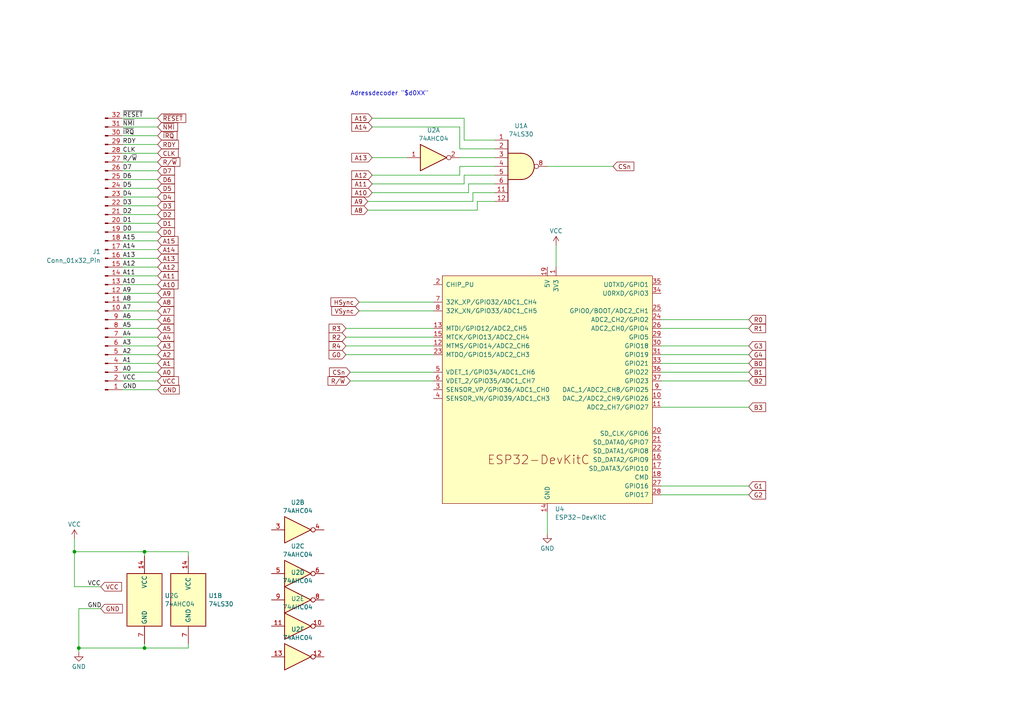
<source format=kicad_sch>
(kicad_sch (version 20230121) (generator eeschema)
  (paper "A4")
  (lib_symbols
    (symbol "74xx:74AHC04"
      (property "Reference" "U" (at 0 1.27 0))
      (property "Value" "74AHC04" (at 0 -1.27 0))
      (symbol "74AHC04_1_0"
        (polyline (pts (xy -3.81 3.81) (xy -3.81 -3.81) (xy 3.81 0) (xy -3.81 3.81)) (stroke (width 0.254)) (fill (type background)))
        (pin input line (at -7.62 0 0) (length 3.81) (name "~") (number "1"))
        (pin output inverted (at 7.62 0 180) (length 3.81) (name "~") (number "2"))
      )
      (symbol "74AHC04_2_0"
        (polyline (pts (xy -3.81 3.81) (xy -3.81 -3.81) (xy 3.81 0) (xy -3.81 3.81)) (stroke (width 0.254)) (fill (type background)))
        (pin input line (at -7.62 0 0) (length 3.81) (name "~") (number "3"))
        (pin output inverted (at 7.62 0 180) (length 3.81) (name "~") (number "4"))
      )
      (symbol "74AHC04_3_0"
        (polyline (pts (xy -3.81 3.81) (xy -3.81 -3.81) (xy 3.81 0) (xy -3.81 3.81)) (stroke (width 0.254)) (fill (type background)))
        (pin input line (at -7.62 0 0) (length 3.81) (name "~") (number "5"))
        (pin output inverted (at 7.62 0 180) (length 3.81) (name "~") (number "6"))
      )
      (symbol "74AHC04_4_0"
        (polyline (pts (xy -3.81 3.81) (xy -3.81 -3.81) (xy 3.81 0) (xy -3.81 3.81)) (stroke (width 0.254)) (fill (type background)))
        (pin output inverted (at 7.62 0 180) (length 3.81) (name "~") (number "8"))
        (pin input line (at -7.62 0 0) (length 3.81) (name "~") (number "9"))
      )
      (symbol "74AHC04_5_0"
        (polyline (pts (xy -3.81 3.81) (xy -3.81 -3.81) (xy 3.81 0) (xy -3.81 3.81)) (stroke (width 0.254)) (fill (type background)))
        (pin output inverted (at 7.62 0 180) (length 3.81) (name "~") (number "10"))
        (pin input line (at -7.62 0 0) (length 3.81) (name "~") (number "11"))
      )
      (symbol "74AHC04_6_0"
        (polyline (pts (xy -3.81 3.81) (xy -3.81 -3.81) (xy 3.81 0) (xy -3.81 3.81)) (stroke (width 0.254)) (fill (type background)))
        (pin output inverted (at 7.62 0 180) (length 3.81) (name "~") (number "12"))
        (pin input line (at -7.62 0 0) (length 3.81) (name "~") (number "13"))
      )
      (symbol "74AHC04_7_0"
        (pin power_in line (at 0 12.7 270) (length 5.08) (name "VCC") (number "14"))
        (pin power_in line (at 0 -12.7 90) (length 5.08) (name "GND") (number "7"))
      )
      (symbol "74AHC04_7_1"
        (rectangle (start -5.08 7.62) (end 5.08 -7.62) (stroke (width 0.254)) (fill (type background)))
      )
    )
    (symbol "74xx:74LS30" (pin_names (offset 1.016))
      (property "Reference" "U" (at 0 1.27 0))
      (property "Value" "74LS30" (at 0 -1.27 0))
      (symbol "74LS30_1_1"
        (arc (start 0 -3.81) (mid 3.7934 0) (end 0 3.81) (stroke (width 0.254)) (fill (type background)))
        (polyline (pts (xy -3.81 7.62) (xy -3.81 -10.16)) (stroke (width 0.254)))
        (polyline (pts (xy 0 3.81) (xy -3.81 3.81) (xy -3.81 -3.81) (xy 0 -3.81)) (stroke (width 0.254)) (fill (type background)))
        (pin input line (at -7.62 7.62 0) (length 3.81) (name "~") (number "1"))
        (pin input line (at -7.62 -7.62 0) (length 3.81) (name "~") (number "11"))
        (pin input line (at -7.62 -10.16 0) (length 3.81) (name "~") (number "12"))
        (pin input line (at -7.62 5.08 0) (length 3.81) (name "~") (number "2"))
        (pin input line (at -7.62 2.54 0) (length 3.81) (name "~") (number "3"))
        (pin input line (at -7.62 0 0) (length 3.81) (name "~") (number "4"))
        (pin input line (at -7.62 -2.54 0) (length 3.81) (name "~") (number "5"))
        (pin input line (at -7.62 -5.08 0) (length 3.81) (name "~") (number "6"))
        (pin output inverted (at 7.62 0 180) (length 3.81) (name "~") (number "8"))
      )
      (symbol "74LS30_1_2"
        (arc (start -3.81 -3.81) (mid -2.589 0) (end -3.81 3.81) (stroke (width 0.254)))
        (arc (start -0.6096 -3.81) (mid 2.1842 -2.5851) (end 3.81 0) (stroke (width 0.254)) (fill (type background)))
        (polyline (pts (xy -3.81 -3.81) (xy -3.81 -10.16)) (stroke (width 0.254)))
        (polyline (pts (xy -3.81 -3.81) (xy -0.635 -3.81)) (stroke (width 0.254)) (fill (type background)))
        (polyline (pts (xy -3.81 3.81) (xy -0.635 3.81)) (stroke (width 0.254)) (fill (type background)))
        (polyline (pts (xy -3.81 7.62) (xy -3.81 3.81)) (stroke (width 0.254)))
        (polyline (pts (xy -0.635 3.81) (xy -3.81 3.81) (xy -3.81 3.81) (xy -3.556 3.4036) (xy -3.0226 2.2606) (xy -2.6924 1.0414) (xy -2.6162 -0.254) (xy -2.7686 -1.4986) (xy -3.175 -2.7178) (xy -3.81 -3.81) (xy -3.81 -3.81) (xy -0.635 -3.81)) (stroke (width -25.4)) (fill (type background)))
        (arc (start 3.81 0) (mid 2.1915 2.5936) (end -0.6096 3.81) (stroke (width 0.254)) (fill (type background)))
        (pin input inverted (at -7.62 7.62 0) (length 3.81) (name "~") (number "1"))
        (pin input inverted (at -7.62 -7.62 0) (length 3.81) (name "~") (number "11"))
        (pin input inverted (at -7.62 -10.16 0) (length 3.81) (name "~") (number "12"))
        (pin input inverted (at -7.62 5.08 0) (length 3.81) (name "~") (number "2"))
        (pin input inverted (at -7.62 2.54 0) (length 4.5466) (name "~") (number "3"))
        (pin input inverted (at -7.62 0 0) (length 5.08) (name "~") (number "4"))
        (pin input inverted (at -7.62 -2.54 0) (length 4.5466) (name "~") (number "5"))
        (pin input inverted (at -7.62 -5.08 0) (length 3.81) (name "~") (number "6"))
        (pin output line (at 7.62 0 180) (length 3.81) (name "~") (number "8"))
      )
      (symbol "74LS30_2_0"
        (pin power_in line (at 0 12.7 270) (length 5.08) (name "VCC") (number "14"))
        (pin power_in line (at 0 -12.7 90) (length 5.08) (name "GND") (number "7"))
      )
      (symbol "74LS30_2_1"
        (rectangle (start -5.08 7.62) (end 5.08 -7.62) (stroke (width 0.254)) (fill (type background)))
      )
    )
    (symbol "Connector:Conn_01x32_Pin" (pin_names (offset 1.016) hide)
      (property "Reference" "J" (at 0 40.64 0))
      (property "Value" "Conn_01x32_Pin" (at 0 -43.18 0))
      (symbol "Conn_01x32_Pin_1_1"
        (polyline (pts (xy 1.27 -40.64) (xy 0.8636 -40.64)) (stroke (width 0.1524)))
        (polyline (pts (xy 1.27 -38.1) (xy 0.8636 -38.1)) (stroke (width 0.1524)))
        (polyline (pts (xy 1.27 -35.56) (xy 0.8636 -35.56)) (stroke (width 0.1524)))
        (polyline (pts (xy 1.27 -33.02) (xy 0.8636 -33.02)) (stroke (width 0.1524)))
        (polyline (pts (xy 1.27 -30.48) (xy 0.8636 -30.48)) (stroke (width 0.1524)))
        (polyline (pts (xy 1.27 -27.94) (xy 0.8636 -27.94)) (stroke (width 0.1524)))
        (polyline (pts (xy 1.27 -25.4) (xy 0.8636 -25.4)) (stroke (width 0.1524)))
        (polyline (pts (xy 1.27 -22.86) (xy 0.8636 -22.86)) (stroke (width 0.1524)))
        (polyline (pts (xy 1.27 -20.32) (xy 0.8636 -20.32)) (stroke (width 0.1524)))
        (polyline (pts (xy 1.27 -17.78) (xy 0.8636 -17.78)) (stroke (width 0.1524)))
        (polyline (pts (xy 1.27 -15.24) (xy 0.8636 -15.24)) (stroke (width 0.1524)))
        (polyline (pts (xy 1.27 -12.7) (xy 0.8636 -12.7)) (stroke (width 0.1524)))
        (polyline (pts (xy 1.27 -10.16) (xy 0.8636 -10.16)) (stroke (width 0.1524)))
        (polyline (pts (xy 1.27 -7.62) (xy 0.8636 -7.62)) (stroke (width 0.1524)))
        (polyline (pts (xy 1.27 -5.08) (xy 0.8636 -5.08)) (stroke (width 0.1524)))
        (polyline (pts (xy 1.27 -2.54) (xy 0.8636 -2.54)) (stroke (width 0.1524)))
        (polyline (pts (xy 1.27 0) (xy 0.8636 0)) (stroke (width 0.1524)))
        (polyline (pts (xy 1.27 2.54) (xy 0.8636 2.54)) (stroke (width 0.1524)))
        (polyline (pts (xy 1.27 5.08) (xy 0.8636 5.08)) (stroke (width 0.1524)))
        (polyline (pts (xy 1.27 7.62) (xy 0.8636 7.62)) (stroke (width 0.1524)))
        (polyline (pts (xy 1.27 10.16) (xy 0.8636 10.16)) (stroke (width 0.1524)))
        (polyline (pts (xy 1.27 12.7) (xy 0.8636 12.7)) (stroke (width 0.1524)))
        (polyline (pts (xy 1.27 15.24) (xy 0.8636 15.24)) (stroke (width 0.1524)))
        (polyline (pts (xy 1.27 17.78) (xy 0.8636 17.78)) (stroke (width 0.1524)))
        (polyline (pts (xy 1.27 20.32) (xy 0.8636 20.32)) (stroke (width 0.1524)))
        (polyline (pts (xy 1.27 22.86) (xy 0.8636 22.86)) (stroke (width 0.1524)))
        (polyline (pts (xy 1.27 25.4) (xy 0.8636 25.4)) (stroke (width 0.1524)))
        (polyline (pts (xy 1.27 27.94) (xy 0.8636 27.94)) (stroke (width 0.1524)))
        (polyline (pts (xy 1.27 30.48) (xy 0.8636 30.48)) (stroke (width 0.1524)))
        (polyline (pts (xy 1.27 33.02) (xy 0.8636 33.02)) (stroke (width 0.1524)))
        (polyline (pts (xy 1.27 35.56) (xy 0.8636 35.56)) (stroke (width 0.1524)))
        (polyline (pts (xy 1.27 38.1) (xy 0.8636 38.1)) (stroke (width 0.1524)))
        (rectangle (start 0.8636 -40.513) (end 0 -40.767) (stroke (width 0.1524)) (fill (type outline)))
        (rectangle (start 0.8636 -37.973) (end 0 -38.227) (stroke (width 0.1524)) (fill (type outline)))
        (rectangle (start 0.8636 -35.433) (end 0 -35.687) (stroke (width 0.1524)) (fill (type outline)))
        (rectangle (start 0.8636 -32.893) (end 0 -33.147) (stroke (width 0.1524)) (fill (type outline)))
        (rectangle (start 0.8636 -30.353) (end 0 -30.607) (stroke (width 0.1524)) (fill (type outline)))
        (rectangle (start 0.8636 -27.813) (end 0 -28.067) (stroke (width 0.1524)) (fill (type outline)))
        (rectangle (start 0.8636 -25.273) (end 0 -25.527) (stroke (width 0.1524)) (fill (type outline)))
        (rectangle (start 0.8636 -22.733) (end 0 -22.987) (stroke (width 0.1524)) (fill (type outline)))
        (rectangle (start 0.8636 -20.193) (end 0 -20.447) (stroke (width 0.1524)) (fill (type outline)))
        (rectangle (start 0.8636 -17.653) (end 0 -17.907) (stroke (width 0.1524)) (fill (type outline)))
        (rectangle (start 0.8636 -15.113) (end 0 -15.367) (stroke (width 0.1524)) (fill (type outline)))
        (rectangle (start 0.8636 -12.573) (end 0 -12.827) (stroke (width 0.1524)) (fill (type outline)))
        (rectangle (start 0.8636 -10.033) (end 0 -10.287) (stroke (width 0.1524)) (fill (type outline)))
        (rectangle (start 0.8636 -7.493) (end 0 -7.747) (stroke (width 0.1524)) (fill (type outline)))
        (rectangle (start 0.8636 -4.953) (end 0 -5.207) (stroke (width 0.1524)) (fill (type outline)))
        (rectangle (start 0.8636 -2.413) (end 0 -2.667) (stroke (width 0.1524)) (fill (type outline)))
        (rectangle (start 0.8636 0.127) (end 0 -0.127) (stroke (width 0.1524)) (fill (type outline)))
        (rectangle (start 0.8636 2.667) (end 0 2.413) (stroke (width 0.1524)) (fill (type outline)))
        (rectangle (start 0.8636 5.207) (end 0 4.953) (stroke (width 0.1524)) (fill (type outline)))
        (rectangle (start 0.8636 7.747) (end 0 7.493) (stroke (width 0.1524)) (fill (type outline)))
        (rectangle (start 0.8636 10.287) (end 0 10.033) (stroke (width 0.1524)) (fill (type outline)))
        (rectangle (start 0.8636 12.827) (end 0 12.573) (stroke (width 0.1524)) (fill (type outline)))
        (rectangle (start 0.8636 15.367) (end 0 15.113) (stroke (width 0.1524)) (fill (type outline)))
        (rectangle (start 0.8636 17.907) (end 0 17.653) (stroke (width 0.1524)) (fill (type outline)))
        (rectangle (start 0.8636 20.447) (end 0 20.193) (stroke (width 0.1524)) (fill (type outline)))
        (rectangle (start 0.8636 22.987) (end 0 22.733) (stroke (width 0.1524)) (fill (type outline)))
        (rectangle (start 0.8636 25.527) (end 0 25.273) (stroke (width 0.1524)) (fill (type outline)))
        (rectangle (start 0.8636 28.067) (end 0 27.813) (stroke (width 0.1524)) (fill (type outline)))
        (rectangle (start 0.8636 30.607) (end 0 30.353) (stroke (width 0.1524)) (fill (type outline)))
        (rectangle (start 0.8636 33.147) (end 0 32.893) (stroke (width 0.1524)) (fill (type outline)))
        (rectangle (start 0.8636 35.687) (end 0 35.433) (stroke (width 0.1524)) (fill (type outline)))
        (rectangle (start 0.8636 38.227) (end 0 37.973) (stroke (width 0.1524)) (fill (type outline)))
        (pin passive line (at 5.08 38.1 180) (length 3.81) (name "Pin_1") (number "1"))
        (pin passive line (at 5.08 15.24 180) (length 3.81) (name "Pin_10") (number "10"))
        (pin passive line (at 5.08 12.7 180) (length 3.81) (name "Pin_11") (number "11"))
        (pin passive line (at 5.08 10.16 180) (length 3.81) (name "Pin_12") (number "12"))
        (pin passive line (at 5.08 7.62 180) (length 3.81) (name "Pin_13") (number "13"))
        (pin passive line (at 5.08 5.08 180) (length 3.81) (name "Pin_14") (number "14"))
        (pin passive line (at 5.08 2.54 180) (length 3.81) (name "Pin_15") (number "15"))
        (pin passive line (at 5.08 0 180) (length 3.81) (name "Pin_16") (number "16"))
        (pin passive line (at 5.08 -2.54 180) (length 3.81) (name "Pin_17") (number "17"))
        (pin passive line (at 5.08 -5.08 180) (length 3.81) (name "Pin_18") (number "18"))
        (pin passive line (at 5.08 -7.62 180) (length 3.81) (name "Pin_19") (number "19"))
        (pin passive line (at 5.08 35.56 180) (length 3.81) (name "Pin_2") (number "2"))
        (pin passive line (at 5.08 -10.16 180) (length 3.81) (name "Pin_20") (number "20"))
        (pin passive line (at 5.08 -12.7 180) (length 3.81) (name "Pin_21") (number "21"))
        (pin passive line (at 5.08 -15.24 180) (length 3.81) (name "Pin_22") (number "22"))
        (pin passive line (at 5.08 -17.78 180) (length 3.81) (name "Pin_23") (number "23"))
        (pin passive line (at 5.08 -20.32 180) (length 3.81) (name "Pin_24") (number "24"))
        (pin passive line (at 5.08 -22.86 180) (length 3.81) (name "Pin_25") (number "25"))
        (pin passive line (at 5.08 -25.4 180) (length 3.81) (name "Pin_26") (number "26"))
        (pin passive line (at 5.08 -27.94 180) (length 3.81) (name "Pin_27") (number "27"))
        (pin passive line (at 5.08 -30.48 180) (length 3.81) (name "Pin_28") (number "28"))
        (pin passive line (at 5.08 -33.02 180) (length 3.81) (name "Pin_29") (number "29"))
        (pin passive line (at 5.08 33.02 180) (length 3.81) (name "Pin_3") (number "3"))
        (pin passive line (at 5.08 -35.56 180) (length 3.81) (name "Pin_30") (number "30"))
        (pin passive line (at 5.08 -38.1 180) (length 3.81) (name "Pin_31") (number "31"))
        (pin passive line (at 5.08 -40.64 180) (length 3.81) (name "Pin_32") (number "32"))
        (pin passive line (at 5.08 30.48 180) (length 3.81) (name "Pin_4") (number "4"))
        (pin passive line (at 5.08 27.94 180) (length 3.81) (name "Pin_5") (number "5"))
        (pin passive line (at 5.08 25.4 180) (length 3.81) (name "Pin_6") (number "6"))
        (pin passive line (at 5.08 22.86 180) (length 3.81) (name "Pin_7") (number "7"))
        (pin passive line (at 5.08 20.32 180) (length 3.81) (name "Pin_8") (number "8"))
        (pin passive line (at 5.08 17.78 180) (length 3.81) (name "Pin_9") (number "9"))
      )
    )
    (symbol "PCM_Espressif:ESP32-DevKitC" (pin_names (offset 1.016))
      (property "Reference" "U" (at -30.48 38.1 0))
      (property "Value" "ESP32-DevKitC" (at -30.48 35.56 0))
      (symbol "ESP32-DevKitC_0_0"
        (text "ESP32-DevKitC" (at -2.54 -20.32 0) (effects (font (size 2.54 2.54))))
        (pin power_in line (at 0 -35.56 90) (length 2.54) (name "GND") (number "14"))
        (pin power_in line (at 0 35.56 270) (length 2.54) (name "5V") (number "19"))
      )
      (symbol "ESP32-DevKitC_0_1"
        (rectangle (start -30.48 33.02) (end 30.48 -33.02) (fill (type background)))
      )
      (symbol "ESP32-DevKitC_1_1"
        (pin power_in line (at 2.54 35.56 270) (length 2.54) (name "3V3") (number "1"))
        (pin bidirectional line (at 33.02 -2.54 180) (length 2.54) (name "DAC_2/ADC2_CH9/GPIO26") (number "10"))
        (pin bidirectional line (at 33.02 -5.08 180) (length 2.54) (name "ADC2_CH7/GPIO27") (number "11"))
        (pin bidirectional line (at -33.02 12.7 0) (length 2.54) (name "MTMS/GPIO14/ADC2_CH6") (number "12"))
        (pin bidirectional line (at -33.02 17.78 0) (length 2.54) (name "MTDI/GPIO12/ADC2_CH5") (number "13"))
        (pin bidirectional line (at -33.02 15.24 0) (length 2.54) (name "MTCK/GPIO13/ADC2_CH4") (number "15"))
        (pin bidirectional line (at 33.02 -20.32 180) (length 2.54) (name "SD_DATA2/GPIO9") (number "16"))
        (pin bidirectional line (at 33.02 -22.86 180) (length 2.54) (name "SD_DATA3/GPIO10") (number "17"))
        (pin bidirectional line (at 33.02 -25.4 180) (length 2.54) (name "CMD") (number "18"))
        (pin input line (at -33.02 30.48 0) (length 2.54) (name "CHIP_PU") (number "2"))
        (pin bidirectional line (at 33.02 -12.7 180) (length 2.54) (name "SD_CLK/GPIO6") (number "20"))
        (pin bidirectional line (at 33.02 -15.24 180) (length 2.54) (name "SD_DATA0/GPIO7") (number "21"))
        (pin bidirectional line (at 33.02 -17.78 180) (length 2.54) (name "SD_DATA1/GPIO8") (number "22"))
        (pin bidirectional line (at -33.02 10.16 0) (length 2.54) (name "MTDO/GPIO15/ADC2_CH3") (number "23"))
        (pin bidirectional line (at 33.02 20.32 180) (length 2.54) (name "ADC2_CH2/GPIO2") (number "24"))
        (pin bidirectional line (at 33.02 22.86 180) (length 2.54) (name "GPIO0/BOOT/ADC2_CH1") (number "25"))
        (pin bidirectional line (at 33.02 17.78 180) (length 2.54) (name "ADC2_CH0/GPIO4") (number "26"))
        (pin bidirectional line (at 33.02 -27.94 180) (length 2.54) (name "GPIO16") (number "27"))
        (pin bidirectional line (at 33.02 -30.48 180) (length 2.54) (name "GPIO17") (number "28"))
        (pin bidirectional line (at 33.02 15.24 180) (length 2.54) (name "GPIO5") (number "29"))
        (pin input line (at -33.02 0 0) (length 2.54) (name "SENSOR_VP/GPIO36/ADC1_CH0") (number "3"))
        (pin bidirectional line (at 33.02 12.7 180) (length 2.54) (name "GPIO18") (number "30"))
        (pin bidirectional line (at 33.02 10.16 180) (length 2.54) (name "GPIO19") (number "31"))
        (pin passive line (at 0 -35.56 90) (length 2.54) hide (name "GND") (number "32"))
        (pin bidirectional line (at 33.02 7.62 180) (length 2.54) (name "GPIO21") (number "33"))
        (pin bidirectional line (at 33.02 27.94 180) (length 2.54) (name "U0RXD/GPIO3") (number "34"))
        (pin bidirectional line (at 33.02 30.48 180) (length 2.54) (name "U0TXD/GPIO1") (number "35"))
        (pin bidirectional line (at 33.02 5.08 180) (length 2.54) (name "GPIO22") (number "36"))
        (pin bidirectional line (at 33.02 2.54 180) (length 2.54) (name "GPIO23") (number "37"))
        (pin passive line (at 0 -35.56 90) (length 2.54) hide (name "GND") (number "38"))
        (pin input line (at -33.02 -2.54 0) (length 2.54) (name "SENSOR_VN/GPIO39/ADC1_CH3") (number "4"))
        (pin input line (at -33.02 5.08 0) (length 2.54) (name "VDET_1/GPIO34/ADC1_CH6") (number "5"))
        (pin input line (at -33.02 2.54 0) (length 2.54) (name "VDET_2/GPIO35/ADC1_CH7") (number "6"))
        (pin bidirectional line (at -33.02 25.4 0) (length 2.54) (name "32K_XP/GPIO32/ADC1_CH4") (number "7"))
        (pin bidirectional line (at -33.02 22.86 0) (length 2.54) (name "32K_XN/GPIO33/ADC1_CH5") (number "8"))
        (pin bidirectional line (at 33.02 0 180) (length 2.54) (name "DAC_1/ADC2_CH8/GPIO25") (number "9"))
      )
    )
    (symbol "power:GND" (power) (pin_names (offset 0))
      (property "Value" "GND" (at 0 -3.81 0))
      (symbol "GND_0_1"
        (polyline (pts (xy 0 0) (xy 0 -1.27) (xy 1.27 -1.27) (xy 0 -2.54) (xy -1.27 -1.27) (xy 0 -1.27)))
      )
      (symbol "GND_1_1"
        (pin power_in line (at 0 0 270) (length 0) hide (name "GND") (number "1"))
      )
    )
    (symbol "power:VCC" (power) (pin_names (offset 0))
      (property "Value" "VCC" (at 0 3.81 0))
      (symbol "VCC_0_1"
        (polyline (pts (xy -0.762 1.27) (xy 0 2.54)))
        (polyline (pts (xy 0 0) (xy 0 2.54)))
        (polyline (pts (xy 0 2.54) (xy 0.762 1.27)))
      )
      (symbol "VCC_1_1"
        (pin power_in line (at 0 0 90) (length 0) hide (name "VCC") (number "1"))
      )
    )
  )
  (junction (at 41.91 160.02))
  (junction (at 41.91 187.96))
  (junction (at 21.59 160.02))
  (junction (at 22.86 187.96))
  (wire (pts (xy 134.62 34.29) (xy 134.62 40.64)))
  (wire (pts (xy 35.56 69.85) (xy 45.72 69.85)))
  (wire (pts (xy 191.77 102.87) (xy 217.17 102.87)))
  (wire (pts (xy 138.43 58.42) (xy 143.51 58.42)))
  (wire (pts (xy 35.56 54.61) (xy 45.72 54.61)))
  (wire (pts (xy 35.56 107.95) (xy 45.72 107.95)))
  (wire (pts (xy 104.14 90.17) (xy 125.73 90.17)))
  (wire (pts (xy 35.56 39.37) (xy 45.72 39.37)))
  (wire (pts (xy 133.35 48.26) (xy 143.51 48.26)))
  (wire (pts (xy 191.77 92.71) (xy 217.17 92.71)))
  (wire (pts (xy 191.77 100.33) (xy 217.17 100.33)))
  (wire (pts (xy 35.56 72.39) (xy 45.72 72.39)))
  (wire (pts (xy 134.62 53.34) (xy 134.62 50.8)))
  (wire (pts (xy 191.77 143.51) (xy 217.17 143.51)))
  (wire (pts (xy 137.16 55.88) (xy 143.51 55.88)))
  (wire (pts (xy 22.86 176.53) (xy 29.21 176.53)))
  (wire (pts (xy 137.16 58.42) (xy 137.16 55.88)))
  (wire (pts (xy 101.6 110.49) (xy 125.73 110.49)))
  (wire (pts (xy 35.56 85.09) (xy 45.72 85.09)))
  (wire (pts (xy 135.89 53.34) (xy 143.51 53.34)))
  (wire (pts (xy 134.62 40.64) (xy 143.51 40.64)))
  (wire (pts (xy 35.56 92.71) (xy 45.72 92.71)))
  (wire (pts (xy 35.56 46.99) (xy 45.72 46.99)))
  (wire (pts (xy 133.35 50.8) (xy 133.35 48.26)))
  (wire (pts (xy 35.56 49.53) (xy 45.72 49.53)))
  (wire (pts (xy 35.56 87.63) (xy 45.72 87.63)))
  (wire (pts (xy 35.56 62.23) (xy 45.72 62.23)))
  (wire (pts (xy 35.56 97.79) (xy 45.72 97.79)))
  (wire (pts (xy 191.77 95.25) (xy 217.17 95.25)))
  (wire (pts (xy 22.86 189.23) (xy 22.86 187.96)))
  (wire (pts (xy 104.14 87.63) (xy 125.73 87.63)))
  (wire (pts (xy 41.91 187.96) (xy 54.61 187.96)))
  (wire (pts (xy 21.59 156.21) (xy 21.59 160.02)))
  (wire (pts (xy 191.77 107.95) (xy 217.17 107.95)))
  (wire (pts (xy 138.43 60.96) (xy 138.43 58.42)))
  (wire (pts (xy 41.91 161.29) (xy 41.91 160.02)))
  (wire (pts (xy 107.95 36.83) (xy 133.35 36.83)))
  (wire (pts (xy 106.68 60.96) (xy 138.43 60.96)))
  (wire (pts (xy 35.56 100.33) (xy 45.72 100.33)))
  (wire (pts (xy 35.56 110.49) (xy 45.72 110.49)))
  (wire (pts (xy 35.56 77.47) (xy 45.72 77.47)))
  (wire (pts (xy 35.56 52.07) (xy 45.72 52.07)))
  (wire (pts (xy 133.35 36.83) (xy 133.35 43.18)))
  (wire (pts (xy 35.56 74.93) (xy 45.72 74.93)))
  (wire (pts (xy 191.77 105.41) (xy 217.17 105.41)))
  (wire (pts (xy 54.61 186.69) (xy 54.61 187.96)))
  (wire (pts (xy 35.56 67.31) (xy 45.72 67.31)))
  (wire (pts (xy 35.56 105.41) (xy 45.72 105.41)))
  (wire (pts (xy 54.61 161.29) (xy 54.61 160.02)))
  (wire (pts (xy 35.56 80.01) (xy 45.72 80.01)))
  (wire (pts (xy 191.77 110.49) (xy 217.17 110.49)))
  (wire (pts (xy 107.95 50.8) (xy 133.35 50.8)))
  (wire (pts (xy 35.56 90.17) (xy 45.72 90.17)))
  (wire (pts (xy 100.33 95.25) (xy 125.73 95.25)))
  (wire (pts (xy 35.56 36.83) (xy 45.72 36.83)))
  (wire (pts (xy 35.56 64.77) (xy 45.72 64.77)))
  (wire (pts (xy 21.59 170.18) (xy 29.21 170.18)))
  (wire (pts (xy 107.95 55.88) (xy 135.89 55.88)))
  (wire (pts (xy 100.33 102.87) (xy 125.73 102.87)))
  (wire (pts (xy 35.56 102.87) (xy 45.72 102.87)))
  (wire (pts (xy 107.95 45.72) (xy 118.11 45.72)))
  (wire (pts (xy 107.95 53.34) (xy 134.62 53.34)))
  (wire (pts (xy 41.91 187.96) (xy 22.86 187.96)))
  (wire (pts (xy 35.56 34.29) (xy 45.72 34.29)))
  (wire (pts (xy 22.86 187.96) (xy 22.86 176.53)))
  (wire (pts (xy 133.35 45.72) (xy 143.51 45.72)))
  (wire (pts (xy 107.95 34.29) (xy 134.62 34.29)))
  (wire (pts (xy 134.62 50.8) (xy 143.51 50.8)))
  (wire (pts (xy 100.33 100.33) (xy 125.73 100.33)))
  (wire (pts (xy 21.59 160.02) (xy 41.91 160.02)))
  (wire (pts (xy 158.75 148.59) (xy 158.75 154.94)))
  (wire (pts (xy 35.56 41.91) (xy 45.72 41.91)))
  (wire (pts (xy 135.89 55.88) (xy 135.89 53.34)))
  (wire (pts (xy 100.33 97.79) (xy 125.73 97.79)))
  (wire (pts (xy 35.56 59.69) (xy 45.72 59.69)))
  (wire (pts (xy 35.56 95.25) (xy 45.72 95.25)))
  (wire (pts (xy 21.59 160.02) (xy 21.59 170.18)))
  (wire (pts (xy 161.29 71.12) (xy 161.29 77.47)))
  (wire (pts (xy 35.56 57.15) (xy 45.72 57.15)))
  (wire (pts (xy 41.91 160.02) (xy 54.61 160.02)))
  (wire (pts (xy 158.75 48.26) (xy 177.8 48.26)))
  (wire (pts (xy 35.56 113.03) (xy 45.72 113.03)))
  (wire (pts (xy 191.77 118.11) (xy 217.17 118.11)))
  (wire (pts (xy 133.35 43.18) (xy 143.51 43.18)))
  (wire (pts (xy 35.56 82.55) (xy 45.72 82.55)))
  (wire (pts (xy 101.6 107.95) (xy 125.73 107.95)))
  (wire (pts (xy 191.77 140.97) (xy 217.17 140.97)))
  (wire (pts (xy 41.91 186.69) (xy 41.91 187.96)))
  (wire (pts (xy 106.68 58.42) (xy 137.16 58.42)))
  (wire (pts (xy 35.56 44.45) (xy 45.72 44.45)))
  (text "Adressdecoder \"$d0XX\"" (at 101.6 27.94 0) (effects (font (size 1.27 1.27)) (justify left bottom)))
  (label "D7" (at 35.56 49.53 0))
  (label "A13" (at 35.56 74.93 0))
  (label "D3" (at 35.56 59.69 0))
  (label "A10" (at 35.56 82.55 0))
  (label "A0" (at 35.56 107.95 0))
  (label "R{slash}~{W}" (at 35.56 46.99 0))
  (label "A14" (at 35.56 72.39 0))
  (label "A11" (at 35.56 80.01 0))
  (label "D5" (at 35.56 54.61 0))
  (label "A1" (at 35.56 105.41 0))
  (label "D0" (at 35.56 67.31 0))
  (label "A12" (at 35.56 77.47 0))
  (label "A2" (at 35.56 102.87 0))
  (label "D1" (at 35.56 64.77 0))
  (label "CLK" (at 35.56 44.45 0))
  (label "D4" (at 35.56 57.15 0))
  (label "A4" (at 35.56 97.79 0))
  (label "GND" (at 25.4 176.53 0))
  (label "D6" (at 35.56 52.07 0))
  (label "D2" (at 35.56 62.23 0))
  (label "A8" (at 35.56 87.63 0))
  (label "~{RESET}" (at 35.56 34.29 0))
  (label "GND" (at 35.56 113.03 0))
  (label "A15" (at 35.56 69.85 0))
  (label "~{NMI}" (at 35.56 36.83 0))
  (label "~{IRQ}" (at 35.56 39.37 0))
  (label "VCC" (at 35.56 110.49 0))
  (label "A7" (at 35.56 90.17 0))
  (label "A6" (at 35.56 92.71 0))
  (label "VCC" (at 25.4 170.18 0))
  (label "A3" (at 35.56 100.33 0))
  (label "A5" (at 35.56 95.25 0))
  (label "RDY" (at 35.56 41.91 0))
  (label "A9" (at 35.56 85.09 0))
  (global_label "A0" (shape input) (at 45.72 107.95 0) (property "Intersheetrefs" "${INTERSHEET_REFS}" (effects hide)))
  (global_label "A6" (shape input) (at 45.72 92.71 0) (property "Intersheetrefs" "${INTERSHEET_REFS}" (effects hide)))
  (global_label "VCC" (shape input) (at 29.21 170.18 0) (property "Intersheetrefs" "${INTERSHEET_REFS}" (effects hide)))
  (global_label "A10" (shape input) (at 107.95 55.88 180) (property "Intersheetrefs" "${INTERSHEET_REFS}" (effects hide)))
  (global_label "R4" (shape input) (at 100.33 100.33 180) (property "Intersheetrefs" "${INTERSHEET_REFS}" (effects hide)))
  (global_label "A11" (shape input) (at 45.72 80.01 0) (property "Intersheetrefs" "${INTERSHEET_REFS}" (effects hide)))
  (global_label "A9" (shape input) (at 106.68 58.42 180) (property "Intersheetrefs" "${INTERSHEET_REFS}" (effects hide)))
  (global_label "RDY" (shape input) (at 45.72 41.91 0) (property "Intersheetrefs" "${INTERSHEET_REFS}" (effects hide)))
  (global_label "R{slash}~{W}" (shape input) (at 45.72 46.99 0) (property "Intersheetrefs" "${INTERSHEET_REFS}" (effects hide)))
  (global_label "A13" (shape input) (at 107.95 45.72 180) (property "Intersheetrefs" "${INTERSHEET_REFS}" (effects hide)))
  (global_label "A15" (shape input) (at 107.95 34.29 180) (property "Intersheetrefs" "${INTERSHEET_REFS}" (effects hide)))
  (global_label "B2" (shape input) (at 217.17 110.49 0) (property "Intersheetrefs" "${INTERSHEET_REFS}" (effects hide)))
  (global_label "A13" (shape input) (at 45.72 74.93 0) (property "Intersheetrefs" "${INTERSHEET_REFS}" (effects hide)))
  (global_label "B3" (shape input) (at 217.17 118.11 0) (property "Intersheetrefs" "${INTERSHEET_REFS}" (effects hide)))
  (global_label "G4" (shape input) (at 217.17 102.87 0) (property "Intersheetrefs" "${INTERSHEET_REFS}" (effects hide)))
  (global_label "A9" (shape input) (at 45.72 85.09 0) (property "Intersheetrefs" "${INTERSHEET_REFS}" (effects hide)))
  (global_label "A2" (shape input) (at 45.72 102.87 0) (property "Intersheetrefs" "${INTERSHEET_REFS}" (effects hide)))
  (global_label "G0" (shape input) (at 100.33 102.87 180) (property "Intersheetrefs" "${INTERSHEET_REFS}" (effects hide)))
  (global_label "A5" (shape input) (at 45.72 95.25 0) (property "Intersheetrefs" "${INTERSHEET_REFS}" (effects hide)))
  (global_label "B0" (shape input) (at 217.17 105.41 0) (property "Intersheetrefs" "${INTERSHEET_REFS}" (effects hide)))
  (global_label "A8" (shape input) (at 106.68 60.96 180) (property "Intersheetrefs" "${INTERSHEET_REFS}" (effects hide)))
  (global_label "D0" (shape input) (at 45.72 67.31 0) (property "Intersheetrefs" "${INTERSHEET_REFS}" (effects hide)))
  (global_label "A10" (shape input) (at 45.72 82.55 0) (property "Intersheetrefs" "${INTERSHEET_REFS}" (effects hide)))
  (global_label "VSync" (shape input) (at 104.14 90.17 180) (property "Intersheetrefs" "${INTERSHEET_REFS}" (effects hide)))
  (global_label "CSn" (shape input) (at 177.8 48.26 0) (property "Intersheetrefs" "${INTERSHEET_REFS}" (effects hide)))
  (global_label "A11" (shape input) (at 107.95 53.34 180) (property "Intersheetrefs" "${INTERSHEET_REFS}" (effects hide)))
  (global_label "~{RESET}" (shape input) (at 45.72 34.29 0) (property "Intersheetrefs" "${INTERSHEET_REFS}" (effects hide)))
  (global_label "D1" (shape input) (at 45.72 64.77 0) (property "Intersheetrefs" "${INTERSHEET_REFS}" (effects hide)))
  (global_label "VCC" (shape input) (at 45.72 110.49 0) (property "Intersheetrefs" "${INTERSHEET_REFS}" (effects hide)))
  (global_label "D3" (shape input) (at 45.72 59.69 0) (property "Intersheetrefs" "${INTERSHEET_REFS}" (effects hide)))
  (global_label "B1" (shape input) (at 217.17 107.95 0) (property "Intersheetrefs" "${INTERSHEET_REFS}" (effects hide)))
  (global_label "A14" (shape input) (at 45.72 72.39 0) (property "Intersheetrefs" "${INTERSHEET_REFS}" (effects hide)))
  (global_label "G3" (shape input) (at 217.17 100.33 0) (property "Intersheetrefs" "${INTERSHEET_REFS}" (effects hide)))
  (global_label "~{NMI}" (shape input) (at 45.72 36.83 0) (property "Intersheetrefs" "${INTERSHEET_REFS}" (effects hide)))
  (global_label "GND" (shape input) (at 45.72 113.03 0) (property "Intersheetrefs" "${INTERSHEET_REFS}" (effects hide)))
  (global_label "A14" (shape input) (at 107.95 36.83 180) (property "Intersheetrefs" "${INTERSHEET_REFS}" (effects hide)))
  (global_label "A12" (shape input) (at 45.72 77.47 0) (property "Intersheetrefs" "${INTERSHEET_REFS}" (effects hide)))
  (global_label "D2" (shape input) (at 45.72 62.23 0) (property "Intersheetrefs" "${INTERSHEET_REFS}" (effects hide)))
  (global_label "R2" (shape input) (at 100.33 97.79 180) (property "Intersheetrefs" "${INTERSHEET_REFS}" (effects hide)))
  (global_label "CSn" (shape input) (at 101.6 107.95 180) (property "Intersheetrefs" "${INTERSHEET_REFS}" (effects hide)))
  (global_label "R0" (shape input) (at 217.17 92.71 0) (property "Intersheetrefs" "${INTERSHEET_REFS}" (effects hide)))
  (global_label "~{IRQ}" (shape input) (at 45.72 39.37 0) (property "Intersheetrefs" "${INTERSHEET_REFS}" (effects hide)))
  (global_label "G2" (shape input) (at 217.17 143.51 0) (property "Intersheetrefs" "${INTERSHEET_REFS}" (effects hide)))
  (global_label "D5" (shape input) (at 45.72 54.61 0) (property "Intersheetrefs" "${INTERSHEET_REFS}" (effects hide)))
  (global_label "A8" (shape input) (at 45.72 87.63 0) (property "Intersheetrefs" "${INTERSHEET_REFS}" (effects hide)))
  (global_label "A12" (shape input) (at 107.95 50.8 180) (property "Intersheetrefs" "${INTERSHEET_REFS}" (effects hide)))
  (global_label "R3" (shape input) (at 100.33 95.25 180) (property "Intersheetrefs" "${INTERSHEET_REFS}" (effects hide)))
  (global_label "D7" (shape input) (at 45.72 49.53 0) (property "Intersheetrefs" "${INTERSHEET_REFS}" (effects hide)))
  (global_label "A4" (shape input) (at 45.72 97.79 0) (property "Intersheetrefs" "${INTERSHEET_REFS}" (effects hide)))
  (global_label "A15" (shape input) (at 45.72 69.85 0) (property "Intersheetrefs" "${INTERSHEET_REFS}" (effects hide)))
  (global_label "G1" (shape input) (at 217.17 140.97 0) (property "Intersheetrefs" "${INTERSHEET_REFS}" (effects hide)))
  (global_label "GND" (shape input) (at 29.21 176.53 0) (property "Intersheetrefs" "${INTERSHEET_REFS}" (effects hide)))
  (global_label "CLK" (shape input) (at 45.72 44.45 0) (property "Intersheetrefs" "${INTERSHEET_REFS}" (effects hide)))
  (global_label "R1" (shape input) (at 217.17 95.25 0) (property "Intersheetrefs" "${INTERSHEET_REFS}" (effects hide)))
  (global_label "HSync" (shape input) (at 104.14 87.63 180) (property "Intersheetrefs" "${INTERSHEET_REFS}" (effects hide)))
  (global_label "D6" (shape input) (at 45.72 52.07 0) (property "Intersheetrefs" "${INTERSHEET_REFS}" (effects hide)))
  (global_label "D4" (shape input) (at 45.72 57.15 0) (property "Intersheetrefs" "${INTERSHEET_REFS}" (effects hide)))
  (global_label "R{slash}~{W}" (shape input) (at 101.6 110.49 180) (property "Intersheetrefs" "${INTERSHEET_REFS}" (effects hide)))
  (global_label "A7" (shape input) (at 45.72 90.17 0) (property "Intersheetrefs" "${INTERSHEET_REFS}" (effects hide)))
  (global_label "A3" (shape input) (at 45.72 100.33 0) (property "Intersheetrefs" "${INTERSHEET_REFS}" (effects hide)))
  (global_label "A1" (shape input) (at 45.72 105.41 0) (property "Intersheetrefs" "${INTERSHEET_REFS}" (effects hide)))
  (symbol (lib_id "74xx:74AHC04") (at 86.36 181.61 0) (unit 5)
    (property "Reference" "U2" (at 86.36 173.6557 0))
    (property "Value" "74AHC04" (at 86.36 176.0799 0))
    (property "Datasheet" "https://assets.nexperia.com/documents/data-sheet/74AHC_AHCT04.pdf" (effects hide))
  )
  (symbol (lib_id "74xx:74LS30") (at 54.61 173.99 0) (unit 2)
    (property "Reference" "U1" (at 60.452 172.7779 0) (effects (justify left)))
    (property "Value" "74LS30" (at 60.452 175.2021 0) (effects (justify left)))
    (property "Datasheet" "http://www.ti.com/lit/gpn/sn74LS30" (effects hide))
  )
  (symbol (lib_id "PCM_Espressif:ESP32-DevKitC") (at 158.75 113.03 0) (unit 1)
    (property "Reference" "U4" (at 160.9441 147.6431 0) (effects (justify left)))
    (property "Value" "ESP32-DevKitC" (at 160.9441 150.0673 0) (effects (justify left)))
    (property "Footprint" "Espressif:ESP32-DevKitC" (effects hide))
    (property "Datasheet" "https://docs.espressif.com/projects/esp-idf/zh_CN/latest/esp32/hw-reference/esp32/get-started-devkitc.html" (effects hide))
  )
  (symbol (lib_id "74xx:74AHC04") (at 125.73 45.72 0) (unit 1)
    (property "Reference" "U2" (at 125.73 37.7657 0))
    (property "Value" "74AHC04" (at 125.73 40.1899 0))
    (property "Datasheet" "https://assets.nexperia.com/documents/data-sheet/74AHC_AHCT04.pdf" (effects hide))
  )
  (symbol (lib_id "74xx:74AHC04") (at 86.36 153.67 0) (unit 2)
    (property "Reference" "U2" (at 86.36 145.7157 0))
    (property "Value" "74AHC04" (at 86.36 148.1399 0))
    (property "Datasheet" "https://assets.nexperia.com/documents/data-sheet/74AHC_AHCT04.pdf" (effects hide))
  )
  (symbol (lib_id "74xx:74AHC04") (at 41.91 173.99 0) (unit 7)
    (property "Reference" "U2" (at 47.752 172.7779 0) (effects (justify left)))
    (property "Value" "74AHC04" (at 47.752 175.2021 0) (effects (justify left)))
    (property "Datasheet" "https://assets.nexperia.com/documents/data-sheet/74AHC_AHCT04.pdf" (effects hide))
  )
  (symbol (lib_id "74xx:74AHC04") (at 86.36 166.37 0) (unit 3)
    (property "Reference" "U2" (at 86.36 158.4157 0))
    (property "Value" "74AHC04" (at 86.36 160.8399 0))
    (property "Datasheet" "https://assets.nexperia.com/documents/data-sheet/74AHC_AHCT04.pdf" (effects hide))
  )
  (symbol (lib_id "power:VCC") (at 21.59 156.21 0) (unit 1)
    (property "Reference" "#PWR02" (effects hide))
    (property "Value" "VCC" (at 21.59 152.0769 0))
  )
  (symbol (lib_id "74xx:74AHC04") (at 86.36 190.5 0) (unit 6)
    (property "Reference" "U2" (at 86.36 182.5457 0))
    (property "Value" "74AHC04" (at 86.36 184.9699 0))
    (property "Datasheet" "https://assets.nexperia.com/documents/data-sheet/74AHC_AHCT04.pdf" (effects hide))
  )
  (symbol (lib_id "power:GND") (at 22.86 189.23 0) (unit 1)
    (property "Reference" "#PWR01" (effects hide))
    (property "Value" "GND" (at 22.86 193.3631 0))
  )
  (symbol (lib_id "Connector:Conn_01x32_Pin") (at 30.48 74.93 0) (mirror x) (unit 1)
    (property "Reference" "J1" (at 29.21 73.025 0) (effects (justify right)))
    (property "Value" "Conn_01x32_Pin" (at 29.21 75.565 0) (effects (justify right)))
    (property "Footprint" "Connector_PinHeader_2.54mm:PinHeader_1x32_P2.54mm_Horizontal" (effects hide))
    (property "Sim.Enable" "0" (effects hide))
  )
  (symbol (lib_id "power:GND") (at 158.75 154.94 0) (unit 1)
    (property "Reference" "#PWR03" (effects hide))
    (property "Value" "GND" (at 158.75 159.0731 0))
  )
  (symbol (lib_id "74xx:74LS30") (at 151.13 48.26 0) (unit 1)
    (property "Reference" "U1" (at 151.1217 36.4957 0))
    (property "Value" "74LS30" (at 151.1217 38.9199 0))
    (property "Datasheet" "http://www.ti.com/lit/gpn/sn74LS30" (effects hide))
  )
  (symbol (lib_id "power:VCC") (at 161.29 71.12 0) (unit 1)
    (property "Reference" "#PWR04" (effects hide))
    (property "Value" "VCC" (at 161.29 66.9869 0))
  )
  (symbol (lib_id "74xx:74AHC04") (at 86.36 173.99 0) (unit 4)
    (property "Reference" "U2" (at 86.36 166.0357 0))
    (property "Value" "74AHC04" (at 86.36 168.4599 0))
    (property "Datasheet" "https://assets.nexperia.com/documents/data-sheet/74AHC_AHCT04.pdf" (effects hide))
  )
  (sheet (at 15.24 229.87) (size 74.93 59.69) (stroke (width 0.1524))
    (property "Sheetname" "VGA-Output" (at 15.24 229.1584 0) (effects (justify left bottom)))
    (property "Sheetfile" "vga_out.kicad_sch" (at 15.24 290.1446 0) (effects (justify left top)))
  )
)
</source>
